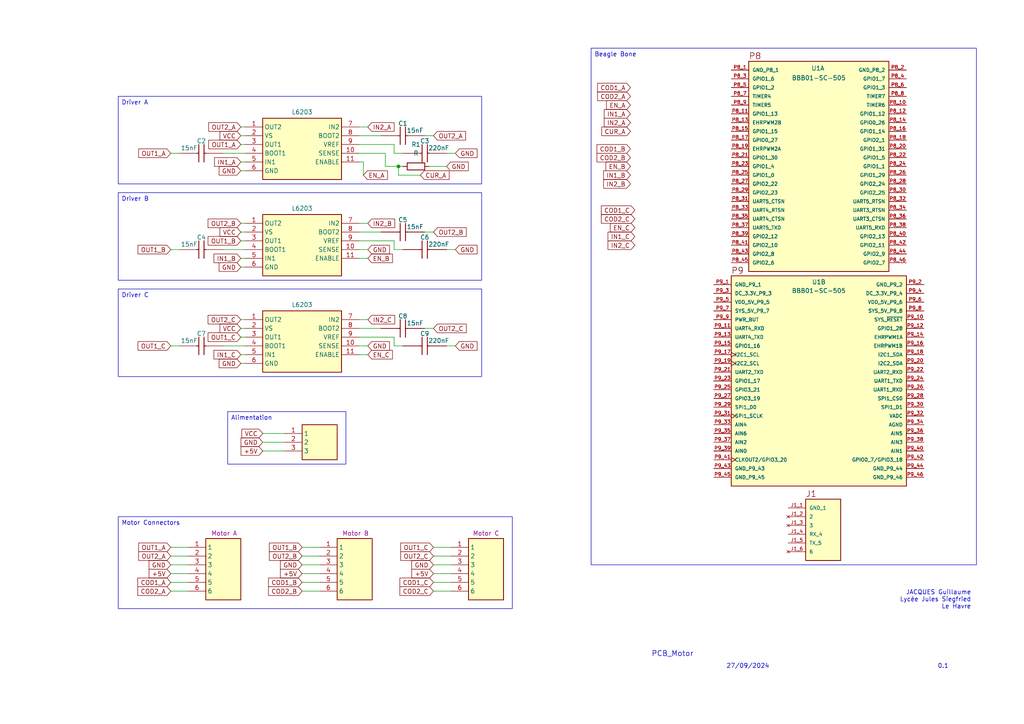
<source format=kicad_sch>
(kicad_sch (version 20231120) (generator "eeschema") (generator_version "8.0")
  (paper "A4")
  (lib_symbols
    (symbol "15nF:C0603X153K5RACTU" (pin_numbers hide) (pin_names hide)
      (property "Reference" "C" (at 8.89 6.35 0))
      (property "Value" "C0603X153K5RACTU" (at 8.89 3.81 0))
      (symbol "C0603X153K5RACTU_1_1"
        (polyline (pts (xy 5.08 0) (xy 5.588 0)) (stroke (width 0.254)))
        (polyline (pts (xy 5.588 2.54) (xy 5.588 -2.54)) (stroke (width 0.254)))
        (polyline (pts (xy 7.112 0) (xy 7.62 0)) (stroke (width 0.254)))
        (polyline (pts (xy 7.112 2.54) (xy 7.112 -2.54)) (stroke (width 0.254)))
        (pin passive line (at 0 0 0) (length 5.08) (name "1") (number "1"))
        (pin passive line (at 12.7 0 180) (length 5.08) (name "2") (number "2"))
      )
    )
    (symbol "3terminal:282836-3"
      (property "Reference" "J" (at 16.51 7.62 0))
      (property "Value" "282836-3" (at 16.51 5.08 0))
      (symbol "282836-3_1_1"
        (rectangle (start 5.08 2.54) (end 15.24 -7.62) (stroke (width 0.254)) (fill (type background)))
        (pin passive line (at 0 0 0) (length 5.08) (name "1") (number "1"))
        (pin passive line (at 0 -2.54 0) (length 5.08) (name "2") (number "2"))
        (pin passive line (at 0 -5.08 0) (length 5.08) (name "3") (number "3"))
      )
    )
    (symbol "6header:HTSW-106-07-G-S"
      (property "Reference" "J" (at 16.51 7.62 0))
      (property "Value" "HTSW-106-07-G-S" (at 16.51 5.08 0))
      (symbol "HTSW-106-07-G-S_1_1"
        (rectangle (start 5.08 2.54) (end 15.24 -15.24) (stroke (width 0.254)) (fill (type background)))
        (pin passive line (at 0 0 0) (length 5.08) (name "1") (number "1"))
        (pin passive line (at 0 -2.54 0) (length 5.08) (name "2") (number "2"))
        (pin passive line (at 0 -5.08 0) (length 5.08) (name "3") (number "3"))
        (pin passive line (at 0 -7.62 0) (length 5.08) (name "4") (number "4"))
        (pin passive line (at 0 -10.16 0) (length 5.08) (name "5") (number "5"))
        (pin passive line (at 0 -12.7 0) (length 5.08) (name "6") (number "6"))
      )
    )
    (symbol "BBB01-SC-505:BBB01-SC-505" (pin_names (offset 1.016))
      (property "Reference" "U" (at -20.574 33.782 0))
      (property "Value" "BBB01-SC-505" (at -20.32 -33.02 0))
      (symbol "BBB01-SC-505_1_0"
        (rectangle (start -20.32 -30.48) (end 20.32 30.48) (stroke (width 0.254)) (fill (type background)))
        (text "P8" (at -20.32 30.988 0) (effects (font (size 1.778 1.778)) (justify left bottom)))
        (pin power_in line (at -25.4 27.94 0) (length 5.08) (name "GND_P8_1") (number "P8_1"))
        (pin input line (at 25.4 17.78 180) (length 5.08) (name "TIMER6") (number "P8_10"))
        (pin bidirectional line (at -25.4 15.24 0) (length 5.08) (name "GPIO1_13") (number "P8_11"))
        (pin bidirectional line (at 25.4 15.24 180) (length 5.08) (name "GPIO1_12") (number "P8_12"))
        (pin input line (at -25.4 12.7 0) (length 5.08) (name "EHRPWM2B") (number "P8_13"))
        (pin bidirectional line (at 25.4 12.7 180) (length 5.08) (name "GPIO0_26") (number "P8_14"))
        (pin bidirectional line (at -25.4 10.16 0) (length 5.08) (name "GPIO1_15") (number "P8_15"))
        (pin bidirectional line (at 25.4 10.16 180) (length 5.08) (name "GPIO1_14") (number "P8_16"))
        (pin bidirectional line (at -25.4 7.62 0) (length 5.08) (name "GPIO0_27") (number "P8_17"))
        (pin bidirectional line (at 25.4 7.62 180) (length 5.08) (name "GPIO2_1") (number "P8_18"))
        (pin input line (at -25.4 5.08 0) (length 5.08) (name "EHRPWM2A") (number "P8_19"))
        (pin power_in line (at 25.4 27.94 180) (length 5.08) (name "GND_P8_2") (number "P8_2"))
        (pin bidirectional line (at 25.4 5.08 180) (length 5.08) (name "GPIO1_31") (number "P8_20"))
        (pin bidirectional line (at -25.4 2.54 0) (length 5.08) (name "GPIO1_30") (number "P8_21"))
        (pin bidirectional line (at 25.4 2.54 180) (length 5.08) (name "GPIO1_5") (number "P8_22"))
        (pin bidirectional line (at -25.4 0 0) (length 5.08) (name "GPIO1_4") (number "P8_23"))
        (pin bidirectional line (at 25.4 0 180) (length 5.08) (name "GPIO1_1") (number "P8_24"))
        (pin bidirectional line (at -25.4 -2.54 0) (length 5.08) (name "GPIO1_0") (number "P8_25"))
        (pin bidirectional line (at 25.4 -2.54 180) (length 5.08) (name "GPIO1_29") (number "P8_26"))
        (pin bidirectional line (at -25.4 -5.08 0) (length 5.08) (name "GPIO2_22") (number "P8_27"))
        (pin bidirectional line (at 25.4 -5.08 180) (length 5.08) (name "GPIO2_24") (number "P8_28"))
        (pin bidirectional line (at -25.4 -7.62 0) (length 5.08) (name "GPIO2_23") (number "P8_29"))
        (pin bidirectional line (at -25.4 25.4 0) (length 5.08) (name "GPIO1_6") (number "P8_3"))
        (pin bidirectional line (at 25.4 -7.62 180) (length 5.08) (name "GPIO2_25") (number "P8_30"))
        (pin input line (at -25.4 -10.16 0) (length 5.08) (name "UART5_CTSN") (number "P8_31"))
        (pin input line (at 25.4 -10.16 180) (length 5.08) (name "UART5_RTSN") (number "P8_32"))
        (pin input line (at -25.4 -12.7 0) (length 5.08) (name "UART4_RTSN") (number "P8_33"))
        (pin input line (at 25.4 -12.7 180) (length 5.08) (name "UART3_RTSN") (number "P8_34"))
        (pin input line (at -25.4 -15.24 0) (length 5.08) (name "UART4_CTSN") (number "P8_35"))
        (pin input line (at 25.4 -15.24 180) (length 5.08) (name "UART3_CTSN") (number "P8_36"))
        (pin output line (at -25.4 -17.78 0) (length 5.08) (name "UART5_TXD") (number "P8_37"))
        (pin input line (at 25.4 -17.78 180) (length 5.08) (name "UART5_RXD") (number "P8_38"))
        (pin bidirectional line (at -25.4 -20.32 0) (length 5.08) (name "GPIO2_12") (number "P8_39"))
        (pin bidirectional line (at 25.4 25.4 180) (length 5.08) (name "GPIO1_7") (number "P8_4"))
        (pin bidirectional line (at 25.4 -20.32 180) (length 5.08) (name "GPIO2_13") (number "P8_40"))
        (pin bidirectional line (at -25.4 -22.86 0) (length 5.08) (name "GPIO2_10") (number "P8_41"))
        (pin bidirectional line (at 25.4 -22.86 180) (length 5.08) (name "GPIO2_11") (number "P8_42"))
        (pin bidirectional line (at -25.4 -25.4 0) (length 5.08) (name "GPIO2_8") (number "P8_43"))
        (pin bidirectional line (at 25.4 -25.4 180) (length 5.08) (name "GPIO2_9") (number "P8_44"))
        (pin bidirectional line (at -25.4 -27.94 0) (length 5.08) (name "GPIO2_6") (number "P8_45"))
        (pin bidirectional line (at 25.4 -27.94 180) (length 5.08) (name "GPIO2_7") (number "P8_46"))
        (pin bidirectional line (at -25.4 22.86 0) (length 5.08) (name "GPIO1_2") (number "P8_5"))
        (pin bidirectional line (at 25.4 22.86 180) (length 5.08) (name "GPIO1_3") (number "P8_6"))
        (pin input line (at -25.4 20.32 0) (length 5.08) (name "TIMER4") (number "P8_7"))
        (pin input line (at 25.4 20.32 180) (length 5.08) (name "TIMER7") (number "P8_8"))
        (pin input line (at -25.4 17.78 0) (length 5.08) (name "TIMER5") (number "P8_9"))
      )
      (symbol "BBB01-SC-505_2_0"
        (rectangle (start -25.4 -30.48) (end 25.4 30.48) (stroke (width 0.254)) (fill (type background)))
        (text "P9" (at -25.4 30.988 0) (effects (font (size 1.778 1.778)) (justify left bottom)))
        (pin power_in line (at -30.48 27.94 0) (length 5.08) (name "GND_P9_1") (number "P9_1"))
        (pin input line (at 30.48 17.78 180) (length 5.08) (name "SYS_~{RESET}") (number "P9_10"))
        (pin output line (at -30.48 15.24 0) (length 5.08) (name "UART4_RXD") (number "P9_11"))
        (pin bidirectional line (at 30.48 15.24 180) (length 5.08) (name "GPIO1_28") (number "P9_12"))
        (pin input line (at -30.48 12.7 0) (length 5.08) (name "UART4_TXD") (number "P9_13"))
        (pin input line (at 30.48 12.7 180) (length 5.08) (name "EHRPWM1A") (number "P9_14"))
        (pin bidirectional line (at -30.48 10.16 0) (length 5.08) (name "GPIO1_16") (number "P9_15"))
        (pin input line (at 30.48 10.16 180) (length 5.08) (name "EHRPWM1B") (number "P9_16"))
        (pin input clock (at -30.48 7.62 0) (length 5.08) (name "I2C1_SCL") (number "P9_17"))
        (pin bidirectional line (at 30.48 7.62 180) (length 5.08) (name "I2C1_SDA") (number "P9_18"))
        (pin input clock (at -30.48 5.08 0) (length 5.08) (name "I2C2_SCL") (number "P9_19"))
        (pin power_in line (at 30.48 27.94 180) (length 5.08) (name "GND_P9_2") (number "P9_2"))
        (pin bidirectional line (at 30.48 5.08 180) (length 5.08) (name "I2C2_SDA") (number "P9_20"))
        (pin output line (at -30.48 2.54 0) (length 5.08) (name "UART2_TXD") (number "P9_21"))
        (pin input line (at 30.48 2.54 180) (length 5.08) (name "UART2_RXD") (number "P9_22"))
        (pin bidirectional line (at -30.48 0 0) (length 5.08) (name "GPIO1_17") (number "P9_23"))
        (pin output line (at 30.48 0 180) (length 5.08) (name "UART1_TXD") (number "P9_24"))
        (pin bidirectional line (at -30.48 -2.54 0) (length 5.08) (name "GPIO3_21") (number "P9_25"))
        (pin input line (at 30.48 -2.54 180) (length 5.08) (name "UART1_RXD") (number "P9_26"))
        (pin bidirectional line (at -30.48 -5.08 0) (length 5.08) (name "GPIO3_19") (number "P9_27"))
        (pin input line (at 30.48 -5.08 180) (length 5.08) (name "SPI1_CS0") (number "P9_28"))
        (pin input line (at -30.48 -7.62 0) (length 5.08) (name "SPI1_D0") (number "P9_29"))
        (pin power_in line (at -30.48 25.4 0) (length 5.08) (name "DC_3.3V_P9_3") (number "P9_3"))
        (pin input line (at 30.48 -7.62 180) (length 5.08) (name "SPI1_D1") (number "P9_30"))
        (pin input clock (at -30.48 -10.16 0) (length 5.08) (name "SPI1_SCLK") (number "P9_31"))
        (pin power_in line (at 30.48 -10.16 180) (length 5.08) (name "VADC") (number "P9_32"))
        (pin input line (at -30.48 -12.7 0) (length 5.08) (name "AIN4") (number "P9_33"))
        (pin power_in line (at 30.48 -12.7 180) (length 5.08) (name "AGND") (number "P9_34"))
        (pin input line (at -30.48 -15.24 0) (length 5.08) (name "AIN6") (number "P9_35"))
        (pin input line (at 30.48 -15.24 180) (length 5.08) (name "AIN5") (number "P9_36"))
        (pin input line (at -30.48 -17.78 0) (length 5.08) (name "AIN2") (number "P9_37"))
        (pin input line (at 30.48 -17.78 180) (length 5.08) (name "AIN3") (number "P9_38"))
        (pin input line (at -30.48 -20.32 0) (length 5.08) (name "AIN0") (number "P9_39"))
        (pin power_in line (at 30.48 25.4 180) (length 5.08) (name "DC_3.3V_P9_4") (number "P9_4"))
        (pin input line (at 30.48 -20.32 180) (length 5.08) (name "AIN1") (number "P9_40"))
        (pin output clock (at -30.48 -22.86 0) (length 5.08) (name "CLKOUT2/GPIO3_20") (number "P9_41"))
        (pin bidirectional line (at 30.48 -22.86 180) (length 5.08) (name "GPIO0_7/GPIO3_18") (number "P9_42"))
        (pin power_in line (at -30.48 -25.4 0) (length 5.08) (name "GND_P9_43") (number "P9_43"))
        (pin power_in line (at 30.48 -25.4 180) (length 5.08) (name "GND_P9_44") (number "P9_44"))
        (pin power_in line (at -30.48 -27.94 0) (length 5.08) (name "GND_P9_45") (number "P9_45"))
        (pin power_in line (at 30.48 -27.94 180) (length 5.08) (name "GND_P9_46") (number "P9_46"))
        (pin power_in line (at -30.48 22.86 0) (length 5.08) (name "VDD_5V_P9_5") (number "P9_5"))
        (pin power_in line (at 30.48 22.86 180) (length 5.08) (name "VDD_5V_P9_6") (number "P9_6"))
        (pin power_in line (at -30.48 20.32 0) (length 5.08) (name "SYS_5V_P9_7") (number "P9_7"))
        (pin power_in line (at 30.48 20.32 180) (length 5.08) (name "SYS_5V_P9_8") (number "P9_8"))
        (pin input line (at -30.48 17.78 0) (length 5.08) (name "PWR_BUT") (number "P9_9"))
      )
      (symbol "BBB01-SC-505_3_0"
        (rectangle (start -5.08 -10.16) (end 5.08 7.62) (stroke (width 0.254)) (fill (type background)))
        (text "J1" (at -5.08 8.128 0) (effects (font (size 1.778 1.778)) (justify left bottom)))
        (pin power_in line (at -10.16 5.08 0) (length 5.08) (name "GND_1") (number "J1_1"))
        (pin no_connect line (at -10.16 2.54 0) (length 5.08) (name "2") (number "J1_2"))
        (pin no_connect line (at -10.16 0 0) (length 5.08) (name "3") (number "J1_3"))
        (pin input line (at -10.16 -2.54 0) (length 5.08) (name "RX_4") (number "J1_4"))
        (pin output line (at -10.16 -5.08 0) (length 5.08) (name "TX_5") (number "J1_5"))
        (pin no_connect line (at -10.16 -7.62 0) (length 5.08) (name "6") (number "J1_6"))
      )
    )
    (symbol "Device:R" (pin_numbers hide) (pin_names (offset 0))
      (property "Reference" "R" (at 2.032 0 90))
      (property "Value" "R" (at 0 0 90))
      (symbol "R_0_1"
        (rectangle (start -1.016 -2.54) (end 1.016 2.54) (stroke (width 0.254)))
      )
      (symbol "R_1_1"
        (pin passive line (at 0 3.81 270) (length 1.27) (name "~") (number "1"))
        (pin passive line (at 0 -3.81 90) (length 1.27) (name "~") (number "2"))
      )
    )
    (symbol "L6203:L6203"
      (property "Reference" "IC" (at 29.21 7.62 0))
      (property "Value" "L6203" (at 29.21 5.08 0))
      (symbol "L6203_1_1"
        (rectangle (start 5.08 2.54) (end 27.94 -15.24) (stroke (width 0.254)) (fill (type background)))
        (pin passive line (at 0 0 0) (length 5.08) (name "OUT2") (number "1"))
        (pin passive line (at 33.02 -7.62 180) (length 5.08) (name "SENSE") (number "10"))
        (pin passive line (at 33.02 -10.16 180) (length 5.08) (name "ENABLE") (number "11"))
        (pin passive line (at 0 -2.54 0) (length 5.08) (name "VS") (number "2"))
        (pin passive line (at 0 -5.08 0) (length 5.08) (name "OUT1") (number "3"))
        (pin passive line (at 0 -7.62 0) (length 5.08) (name "BOOT1") (number "4"))
        (pin passive line (at 0 -10.16 0) (length 5.08) (name "IN1") (number "5"))
        (pin passive line (at 0 -12.7 0) (length 5.08) (name "GND") (number "6"))
        (pin passive line (at 33.02 0 180) (length 5.08) (name "IN2") (number "7"))
        (pin passive line (at 33.02 -2.54 180) (length 5.08) (name "BOOT2") (number "8"))
        (pin passive line (at 33.02 -5.08 180) (length 5.08) (name "VREF") (number "9"))
      )
    )
  )
  (junction (at 115.57 48.26))
  (wire (pts (xy 69.85 39.37) (xy 71.12 39.37)))
  (wire (pts (xy 87.63 166.37) (xy 92.71 166.37)))
  (wire (pts (xy 69.85 41.91) (xy 71.12 41.91)))
  (wire (pts (xy 104.14 97.79) (xy 114.3 97.79)))
  (wire (pts (xy 104.14 100.33) (xy 106.68 100.33)))
  (wire (pts (xy 69.85 69.85) (xy 71.12 69.85)))
  (wire (pts (xy 129.54 44.45) (xy 132.08 44.45)))
  (wire (pts (xy 49.53 72.39) (xy 52.07 72.39)))
  (wire (pts (xy 125.73 166.37) (xy 130.81 166.37)))
  (wire (pts (xy 49.53 100.33) (xy 52.07 100.33)))
  (wire (pts (xy 87.63 161.29) (xy 92.71 161.29)))
  (wire (pts (xy 69.85 105.41) (xy 71.12 105.41)))
  (wire (pts (xy 69.85 95.25) (xy 71.12 95.25)))
  (wire (pts (xy 76.2 125.73) (xy 82.55 125.73)))
  (wire (pts (xy 49.53 161.29) (xy 54.61 161.29)))
  (wire (pts (xy 104.14 44.45) (xy 111.76 44.45)))
  (wire (pts (xy 104.14 72.39) (xy 106.68 72.39)))
  (wire (pts (xy 76.2 130.81) (xy 82.55 130.81)))
  (wire (pts (xy 114.3 97.79) (xy 114.3 100.33)))
  (wire (pts (xy 123.19 95.25) (xy 125.73 95.25)))
  (wire (pts (xy 115.57 50.8) (xy 115.57 48.26)))
  (wire (pts (xy 87.63 158.75) (xy 92.71 158.75)))
  (wire (pts (xy 69.85 77.47) (xy 71.12 77.47)))
  (wire (pts (xy 123.19 67.31) (xy 125.73 67.31)))
  (wire (pts (xy 114.3 72.39) (xy 116.84 72.39)))
  (wire (pts (xy 104.14 41.91) (xy 114.3 41.91)))
  (wire (pts (xy 69.85 64.77) (xy 71.12 64.77)))
  (wire (pts (xy 121.92 50.8) (xy 115.57 50.8)))
  (wire (pts (xy 114.3 69.85) (xy 114.3 72.39)))
  (wire (pts (xy 49.53 166.37) (xy 54.61 166.37)))
  (wire (pts (xy 69.85 74.93) (xy 71.12 74.93)))
  (wire (pts (xy 104.14 92.71) (xy 106.68 92.71)))
  (wire (pts (xy 104.14 95.25) (xy 110.49 95.25)))
  (wire (pts (xy 129.54 72.39) (xy 132.08 72.39)))
  (wire (pts (xy 69.85 36.83) (xy 71.12 36.83)))
  (wire (pts (xy 69.85 49.53) (xy 71.12 49.53)))
  (wire (pts (xy 69.85 92.71) (xy 71.12 92.71)))
  (wire (pts (xy 104.14 67.31) (xy 110.49 67.31)))
  (wire (pts (xy 69.85 102.87) (xy 71.12 102.87)))
  (wire (pts (xy 69.85 67.31) (xy 71.12 67.31)))
  (wire (pts (xy 105.41 46.99) (xy 105.41 50.8)))
  (wire (pts (xy 105.41 46.99) (xy 104.14 46.99)))
  (wire (pts (xy 69.85 46.99) (xy 71.12 46.99)))
  (wire (pts (xy 104.14 102.87) (xy 106.68 102.87)))
  (wire (pts (xy 69.85 97.79) (xy 71.12 97.79)))
  (wire (pts (xy 124.46 48.26) (xy 129.54 48.26)))
  (wire (pts (xy 87.63 171.45) (xy 92.71 171.45)))
  (wire (pts (xy 125.73 161.29) (xy 130.81 161.29)))
  (wire (pts (xy 114.3 44.45) (xy 116.84 44.45)))
  (wire (pts (xy 49.53 163.83) (xy 54.61 163.83)))
  (wire (pts (xy 115.57 48.26) (xy 116.84 48.26)))
  (wire (pts (xy 49.53 158.75) (xy 54.61 158.75)))
  (wire (pts (xy 111.76 44.45) (xy 111.76 48.26)))
  (wire (pts (xy 125.73 158.75) (xy 130.81 158.75)))
  (wire (pts (xy 64.77 100.33) (xy 71.12 100.33)))
  (wire (pts (xy 104.14 69.85) (xy 114.3 69.85)))
  (wire (pts (xy 49.53 171.45) (xy 54.61 171.45)))
  (wire (pts (xy 123.19 39.37) (xy 125.73 39.37)))
  (wire (pts (xy 87.63 168.91) (xy 92.71 168.91)))
  (wire (pts (xy 129.54 100.33) (xy 132.08 100.33)))
  (wire (pts (xy 125.73 168.91) (xy 130.81 168.91)))
  (wire (pts (xy 104.14 64.77) (xy 106.68 64.77)))
  (wire (pts (xy 104.14 39.37) (xy 110.49 39.37)))
  (wire (pts (xy 111.76 48.26) (xy 115.57 48.26)))
  (wire (pts (xy 114.3 100.33) (xy 116.84 100.33)))
  (wire (pts (xy 76.2 128.27) (xy 82.55 128.27)))
  (wire (pts (xy 87.63 163.83) (xy 92.71 163.83)))
  (wire (pts (xy 125.73 171.45) (xy 130.81 171.45)))
  (wire (pts (xy 49.53 44.45) (xy 52.07 44.45)))
  (wire (pts (xy 64.77 72.39) (xy 71.12 72.39)))
  (wire (pts (xy 49.53 168.91) (xy 54.61 168.91)))
  (wire (pts (xy 114.3 41.91) (xy 114.3 44.45)))
  (wire (pts (xy 125.73 163.83) (xy 130.81 163.83)))
  (wire (pts (xy 104.14 74.93) (xy 106.68 74.93)))
  (wire (pts (xy 64.77 44.45) (xy 71.12 44.45)))
  (wire (pts (xy 104.14 36.83) (xy 106.68 36.83)))
  (text_box "Driver C" (at 34.29 83.82 0) (size 105.41 25.4) (effects (font (size 1.27 1.27)) (justify left top)))
  (text_box "Driver A" (at 34.29 27.94 0) (size 105.41 25.4) (effects (font (size 1.27 1.27)) (justify left top)))
  (text_box "Alimentation" (at 66.04 119.38 0) (size 34.29 15.24) (effects (font (size 1.27 1.27)) (justify left top)))
  (text_box "Motor Connectors" (at 34.29 149.86 0) (size 114.3 26.67) (effects (font (size 1.27 1.27)) (justify left top)))
  (text_box "Beagle Bone" (at 171.45 13.97 0) (size 111.76 149.86) (effects (font (size 1.27 1.27)) (justify left top)))
  (text_box "Driver B" (at 34.29 55.88 0) (size 105.41 25.4) (effects (font (size 1.27 1.27)) (justify left top)))
  (text "0.1" (at 273.558 193.294 0) (effects (font (size 1.27 1.27))))
  (text "PCB_Motor" (at 195.072 189.738 0) (effects (font (size 1.524 1.524))))
  (text "27/09/2024" (at 216.916 193.294 0) (effects (font (size 1.27 1.27))))
  (text "JACQUES Guillaume\nLycée Jules Siegfried\nLe Havre" (at 281.686 173.99 0) (effects (font (size 1.27 1.27)) (justify right)))
  (global_label "IN1_B" (shape input) (at 182.88 50.8 180) (property "Intersheetrefs" "${INTERSHEET_REFS}" (effects (hide yes))))
  (global_label "GND" (shape input) (at 76.2 128.27 180) (property "Intersheetrefs" "${INTERSHEET_REFS}" (effects (hide yes))))
  (global_label "EN_A" (shape input) (at 105.41 50.8 0) (property "Intersheetrefs" "${INTERSHEET_REFS}" (effects (hide yes))))
  (global_label "VCC" (shape input) (at 69.85 67.31 180) (property "Intersheetrefs" "${INTERSHEET_REFS}" (effects (hide yes))))
  (global_label "COD2_A" (shape input) (at 182.88 27.94 180) (property "Intersheetrefs" "${INTERSHEET_REFS}" (effects (hide yes))))
  (global_label "GND" (shape input) (at 106.68 100.33 0) (property "Intersheetrefs" "${INTERSHEET_REFS}" (effects (hide yes))))
  (global_label "+5V" (shape input) (at 49.53 166.37 180) (property "Intersheetrefs" "${INTERSHEET_REFS}" (effects (hide yes))))
  (global_label "GND" (shape input) (at 132.08 44.45 0) (property "Intersheetrefs" "${INTERSHEET_REFS}" (effects (hide yes))))
  (global_label "OUT2_B" (shape input) (at 87.63 161.29 180) (property "Intersheetrefs" "${INTERSHEET_REFS}" (effects (hide yes))))
  (global_label "COD2_C" (shape input) (at 125.73 171.45 180) (property "Intersheetrefs" "${INTERSHEET_REFS}" (effects (hide yes))))
  (global_label "IN1_A" (shape input) (at 69.85 46.99 180) (property "Intersheetrefs" "${INTERSHEET_REFS}" (effects (hide yes))))
  (global_label "COD1_A" (shape input) (at 49.53 168.91 180) (property "Intersheetrefs" "${INTERSHEET_REFS}" (effects (hide yes))))
  (global_label "OUT2_A" (shape input) (at 49.53 161.29 180) (property "Intersheetrefs" "${INTERSHEET_REFS}" (effects (hide yes))))
  (global_label "VCC" (shape input) (at 76.2 125.73 180) (property "Intersheetrefs" "${INTERSHEET_REFS}" (effects (hide yes))))
  (global_label "GND" (shape input) (at 49.53 163.83 180) (property "Intersheetrefs" "${INTERSHEET_REFS}" (effects (hide yes))))
  (global_label "GND" (shape input) (at 132.08 100.33 0) (property "Intersheetrefs" "${INTERSHEET_REFS}" (effects (hide yes))))
  (global_label "GND" (shape input) (at 69.85 77.47 180) (property "Intersheetrefs" "${INTERSHEET_REFS}" (effects (hide yes))))
  (global_label "GND" (shape input) (at 106.68 72.39 0) (property "Intersheetrefs" "${INTERSHEET_REFS}" (effects (hide yes))))
  (global_label "COD1_C" (shape input) (at 125.73 168.91 180) (property "Intersheetrefs" "${INTERSHEET_REFS}" (effects (hide yes))))
  (global_label "COD1_B" (shape input) (at 182.88 43.18 180) (property "Intersheetrefs" "${INTERSHEET_REFS}" (effects (hide yes))))
  (global_label "VCC" (shape input) (at 69.85 95.25 180) (property "Intersheetrefs" "${INTERSHEET_REFS}" (effects (hide yes))))
  (global_label "OUT2_A" (shape input) (at 69.85 36.83 180) (property "Intersheetrefs" "${INTERSHEET_REFS}" (effects (hide yes))))
  (global_label "OUT1_A" (shape input) (at 49.53 158.75 180) (property "Intersheetrefs" "${INTERSHEET_REFS}" (effects (hide yes))))
  (global_label "IN2_A" (shape input) (at 182.88 35.56 180) (property "Intersheetrefs" "${INTERSHEET_REFS}" (effects (hide yes))))
  (global_label "IN1_C" (shape input) (at 69.85 102.87 180) (property "Intersheetrefs" "${INTERSHEET_REFS}" (effects (hide yes))))
  (global_label "IN1_C" (shape input) (at 184.15 68.58 180) (property "Intersheetrefs" "${INTERSHEET_REFS}" (effects (hide yes))))
  (global_label "EN_C" (shape input) (at 106.68 102.87 0) (property "Intersheetrefs" "${INTERSHEET_REFS}" (effects (hide yes))))
  (global_label "IN2_C" (shape input) (at 184.15 71.12 180) (property "Intersheetrefs" "${INTERSHEET_REFS}" (effects (hide yes))))
  (global_label "GND" (shape input) (at 125.73 163.83 180) (property "Intersheetrefs" "${INTERSHEET_REFS}" (effects (hide yes))))
  (global_label "COD2_C" (shape input) (at 184.15 63.5 180) (property "Intersheetrefs" "${INTERSHEET_REFS}" (effects (hide yes))))
  (global_label "COD2_A" (shape input) (at 49.53 171.45 180) (property "Intersheetrefs" "${INTERSHEET_REFS}" (effects (hide yes))))
  (global_label "GND" (shape input) (at 87.63 163.83 180) (property "Intersheetrefs" "${INTERSHEET_REFS}" (effects (hide yes))))
  (global_label "IN2_B" (shape input) (at 106.68 64.77 0) (property "Intersheetrefs" "${INTERSHEET_REFS}" (effects (hide yes))))
  (global_label "EN_B" (shape input) (at 182.88 48.26 180) (property "Intersheetrefs" "${INTERSHEET_REFS}" (effects (hide yes))))
  (global_label "OUT1_B" (shape input) (at 87.63 158.75 180) (property "Intersheetrefs" "${INTERSHEET_REFS}" (effects (hide yes))))
  (global_label "GND" (shape input) (at 69.85 49.53 180) (property "Intersheetrefs" "${INTERSHEET_REFS}" (effects (hide yes))))
  (global_label "COD1_A" (shape input) (at 182.88 25.4 180) (property "Intersheetrefs" "${INTERSHEET_REFS}" (effects (hide yes))))
  (global_label "OUT1_B" (shape input) (at 49.53 72.39 180) (property "Intersheetrefs" "${INTERSHEET_REFS}" (effects (hide yes))))
  (global_label "COD1_C" (shape input) (at 184.15 60.96 180) (property "Intersheetrefs" "${INTERSHEET_REFS}" (effects (hide yes))))
  (global_label "GND" (shape input) (at 132.08 72.39 0) (property "Intersheetrefs" "${INTERSHEET_REFS}" (effects (hide yes))))
  (global_label "OUT2_B" (shape input) (at 125.73 67.31 0) (property "Intersheetrefs" "${INTERSHEET_REFS}" (effects (hide yes))))
  (global_label "IN2_B" (shape input) (at 182.88 53.34 180) (property "Intersheetrefs" "${INTERSHEET_REFS}" (effects (hide yes))))
  (global_label "OUT2_A" (shape input) (at 125.73 39.37 0) (property "Intersheetrefs" "${INTERSHEET_REFS}" (effects (hide yes))))
  (global_label "OUT1_C" (shape input) (at 125.73 158.75 180) (property "Intersheetrefs" "${INTERSHEET_REFS}" (effects (hide yes))))
  (global_label "IN1_A" (shape input) (at 182.88 33.02 180) (property "Intersheetrefs" "${INTERSHEET_REFS}" (effects (hide yes))))
  (global_label "OUT1_C" (shape input) (at 69.85 97.79 180) (property "Intersheetrefs" "${INTERSHEET_REFS}" (effects (hide yes))))
  (global_label "OUT1_C" (shape input) (at 49.53 100.33 180) (property "Intersheetrefs" "${INTERSHEET_REFS}" (effects (hide yes))))
  (global_label "GND" (shape input) (at 69.85 105.41 180) (property "Intersheetrefs" "${INTERSHEET_REFS}" (effects (hide yes))))
  (global_label "OUT1_A" (shape input) (at 49.53 44.45 180) (property "Intersheetrefs" "${INTERSHEET_REFS}" (effects (hide yes))))
  (global_label "OUT2_C" (shape input) (at 125.73 95.25 0) (property "Intersheetrefs" "${INTERSHEET_REFS}" (effects (hide yes))))
  (global_label "IN2_C" (shape input) (at 106.68 92.71 0) (property "Intersheetrefs" "${INTERSHEET_REFS}" (effects (hide yes))))
  (global_label "OUT2_C" (shape input) (at 69.85 92.71 180) (property "Intersheetrefs" "${INTERSHEET_REFS}" (effects (hide yes))))
  (global_label "CUR_A" (shape input) (at 121.92 50.8 0) (property "Intersheetrefs" "${INTERSHEET_REFS}" (effects (hide yes))))
  (global_label "IN2_A" (shape input) (at 106.68 36.83 0) (property "Intersheetrefs" "${INTERSHEET_REFS}" (effects (hide yes))))
  (global_label "CUR_A" (shape input) (at 182.88 38.1 180) (property "Intersheetrefs" "${INTERSHEET_REFS}" (effects (hide yes))))
  (global_label "+5V" (shape input) (at 87.63 166.37 180) (property "Intersheetrefs" "${INTERSHEET_REFS}" (effects (hide yes))))
  (global_label "COD2_B" (shape input) (at 182.88 45.72 180) (property "Intersheetrefs" "${INTERSHEET_REFS}" (effects (hide yes))))
  (global_label "OUT1_A" (shape input) (at 69.85 41.91 180) (property "Intersheetrefs" "${INTERSHEET_REFS}" (effects (hide yes))))
  (global_label "COD2_B" (shape input) (at 87.63 171.45 180) (property "Intersheetrefs" "${INTERSHEET_REFS}" (effects (hide yes))))
  (global_label "VCC" (shape input) (at 69.85 39.37 180) (property "Intersheetrefs" "${INTERSHEET_REFS}" (effects (hide yes))))
  (global_label "OUT2_B" (shape input) (at 69.85 64.77 180) (property "Intersheetrefs" "${INTERSHEET_REFS}" (effects (hide yes))))
  (global_label "OUT2_C" (shape input) (at 125.73 161.29 180) (property "Intersheetrefs" "${INTERSHEET_REFS}" (effects (hide yes))))
  (global_label "IN1_B" (shape input) (at 69.85 74.93 180) (property "Intersheetrefs" "${INTERSHEET_REFS}" (effects (hide yes))))
  (global_label "+5V" (shape input) (at 76.2 130.81 180) (property "Intersheetrefs" "${INTERSHEET_REFS}" (effects (hide yes))))
  (global_label "COD1_B" (shape input) (at 87.63 168.91 180) (property "Intersheetrefs" "${INTERSHEET_REFS}" (effects (hide yes))))
  (global_label "EN_C" (shape input) (at 184.15 66.04 180) (property "Intersheetrefs" "${INTERSHEET_REFS}" (effects (hide yes))))
  (global_label "EN_B" (shape input) (at 106.68 74.93 0) (property "Intersheetrefs" "${INTERSHEET_REFS}" (effects (hide yes))))
  (global_label "EN_A" (shape input) (at 182.88 30.48 180) (property "Intersheetrefs" "${INTERSHEET_REFS}" (effects (hide yes))))
  (global_label "+5V" (shape input) (at 125.73 166.37 180) (property "Intersheetrefs" "${INTERSHEET_REFS}" (effects (hide yes))))
  (global_label "OUT1_B" (shape input) (at 69.85 69.85 180) (property "Intersheetrefs" "${INTERSHEET_REFS}" (effects (hide yes))))
  (global_label "GND" (shape input) (at 129.54 48.26 0) (property "Intersheetrefs" "${INTERSHEET_REFS}" (effects (hide yes))))
  (symbol (lib_id "BBB01-SC-505:BBB01-SC-505") (at 237.49 48.26 0) (unit 1)
    (property "Reference" "U1" (at 237.236 19.812 0))
    (property "Value" "BBB01-SC-505" (at 237.49 22.606 0))
    (property "Footprint" "BBB01-SC-505:MODULE_BBB01-SC-505" (effects (hide yes)))
    (property "MF" "GHI Electronics, LLC" (effects (hide yes)))
    (property "Description_1" "\nAM3358BZCZ BeagleBone Black Rev C Sitara™ ARM® Cortex®-A8 MPU Embedded Evaluation Board\n" (effects (hide yes)))
    (property "Package" "None" (effects (hide yes)))
    (property "Price" "None" (effects (hide yes)))
    (property "Check_prices" "https://www.snapeda.com/parts/BBB01-SC-505/GHI+Electronics%252C+LLC/view-part/?ref=eda" (effects (hide yes)))
    (property "STANDARD" "Manufacturer Recommendations" (effects (hide yes)))
    (property "PARTREV" "C" (effects (hide yes)))
    (property "SnapEDA_Link" "https://www.snapeda.com/parts/BBB01-SC-505/GHI+Electronics%252C+LLC/view-part/?ref=snap" (effects (hide yes)))
    (property "MP" "BBB01-SC-505" (effects (hide yes)))
    (property "MANUFACTURER" "GHI Electronics LLC" (effects (hide yes)))
    (property "Availability" "In Stock" (effects (hide yes)))
    (property "SNAPEDA_PN" "BBB01-SC-505" (effects (hide yes)))
  )
  (symbol (lib_id "BBB01-SC-505:BBB01-SC-505") (at 238.76 152.4 0) (unit 3)
    (property "Reference" "U1" (effects (hide yes)))
    (property "Value" "BBB01-SC-505" (effects (hide yes)))
    (property "Footprint" "BBB01-SC-505:MODULE_BBB01-SC-505" (effects (hide yes)))
    (property "MF" "GHI Electronics, LLC" (effects (hide yes)))
    (property "Description_1" "\nAM3358BZCZ BeagleBone Black Rev C Sitara™ ARM® Cortex®-A8 MPU Embedded Evaluation Board\n" (effects (hide yes)))
    (property "Package" "None" (effects (hide yes)))
    (property "Price" "None" (effects (hide yes)))
    (property "Check_prices" "https://www.snapeda.com/parts/BBB01-SC-505/GHI+Electronics%252C+LLC/view-part/?ref=eda" (effects (hide yes)))
    (property "STANDARD" "Manufacturer Recommendations" (effects (hide yes)))
    (property "PARTREV" "C" (effects (hide yes)))
    (property "SnapEDA_Link" "https://www.snapeda.com/parts/BBB01-SC-505/GHI+Electronics%252C+LLC/view-part/?ref=snap" (effects (hide yes)))
    (property "MP" "BBB01-SC-505" (effects (hide yes)))
    (property "MANUFACTURER" "GHI Electronics LLC" (effects (hide yes)))
    (property "Availability" "In Stock" (effects (hide yes)))
    (property "SNAPEDA_PN" "BBB01-SC-505" (effects (hide yes)))
  )
  (symbol (lib_id "L6203:L6203") (at 71.12 92.71 0) (unit 1)
    (property "Reference" "IC3" (effects (hide yes)))
    (property "Value" "L6203" (at 87.63 88.392 0))
    (property "Footprint" "TO170P500X1960X2210-11P" (effects (hide yes)))
    (property "Datasheet" "https://datasheet.lcsc.com/szlcsc/STMicroelectronics-L6203_C34306.pdf" (effects (hide yes)))
    (property "Description" "Full Bridge Motor Driver 36V 11-Pin(11+Tab) MULTIWATT V Tube" (effects (hide yes)))
    (property "Height" "5" (effects (hide yes)))
    (property "Manufacturer_Name" "STMicroelectronics" (effects (hide yes)))
    (property "Manufacturer_Part_Number" "L6203" (effects (hide yes)))
  )
  (symbol (lib_id "15nF:C0603X153K5RACTU") (at 116.84 44.45 0) (unit 1)
    (property "Reference" "C3" (at 123.19 40.894 0))
    (property "Value" "220nF" (at 127.254 42.926 0))
    (property "Footprint" "C0603" (effects (hide yes)))
    (property "Datasheet" "https://content.kemet.com/datasheets/KEM_C1013_X7R_FT-CAP_SMD.pdf" (effects (hide yes)))
    (property "Description" "SMD Comm X7R Flex, Ceramic, 0.015 uF, 10%, 50 VDC, 125 VDC, 125C, -55C, X7R, SMD, MLCC, FT-CAP, Temperature Stable, 2.5 % , 66.6667 GOhms, 7.3 mg, 0603, 1.6mm, 0.8mm, 0.8mm, 0.58mm, 0.45mm, 4000, 78  Weeks, 80" (effects (hide yes)))
    (property "Height" "0.87" (effects (hide yes)))
    (property "Manufacturer_Name" "KEMET" (effects (hide yes)))
    (property "Manufacturer_Part_Number" "C0603X153K5RACTU" (effects (hide yes)))
  )
  (symbol (lib_id "L6203:L6203") (at 71.12 64.77 0) (unit 1)
    (property "Reference" "IC2" (effects (hide yes)))
    (property "Value" "L6203" (at 87.63 60.452 0))
    (property "Footprint" "TO170P500X1960X2210-11P" (effects (hide yes)))
    (property "Datasheet" "https://datasheet.lcsc.com/szlcsc/STMicroelectronics-L6203_C34306.pdf" (effects (hide yes)))
    (property "Description" "Full Bridge Motor Driver 36V 11-Pin(11+Tab) MULTIWATT V Tube" (effects (hide yes)))
    (property "Height" "5" (effects (hide yes)))
    (property "Manufacturer_Name" "STMicroelectronics" (effects (hide yes)))
    (property "Manufacturer_Part_Number" "L6203" (effects (hide yes)))
  )
  (symbol (lib_id "15nF:C0603X153K5RACTU") (at 110.49 95.25 0) (unit 1)
    (property "Reference" "C8" (at 116.84 91.694 0))
    (property "Value" "15nF" (at 120.396 93.726 0))
    (property "Footprint" "C0603" (effects (hide yes)))
    (property "Datasheet" "https://content.kemet.com/datasheets/KEM_C1013_X7R_FT-CAP_SMD.pdf" (effects (hide yes)))
    (property "Description" "SMD Comm X7R Flex, Ceramic, 0.015 uF, 10%, 50 VDC, 125 VDC, 125C, -55C, X7R, SMD, MLCC, FT-CAP, Temperature Stable, 2.5 % , 66.6667 GOhms, 7.3 mg, 0603, 1.6mm, 0.8mm, 0.8mm, 0.58mm, 0.45mm, 4000, 78  Weeks, 80" (effects (hide yes)))
    (property "Height" "0.87" (effects (hide yes)))
    (property "Manufacturer_Name" "KEMET" (effects (hide yes)))
    (property "Manufacturer_Part_Number" "C0603X153K5RACTU" (effects (hide yes)))
  )
  (symbol (lib_id "15nF:C0603X153K5RACTU") (at 110.49 67.31 0) (unit 1)
    (property "Reference" "C5" (at 116.84 63.754 0))
    (property "Value" "15nF" (at 120.396 65.786 0))
    (property "Footprint" "C0603" (effects (hide yes)))
    (property "Datasheet" "https://content.kemet.com/datasheets/KEM_C1013_X7R_FT-CAP_SMD.pdf" (effects (hide yes)))
    (property "Description" "SMD Comm X7R Flex, Ceramic, 0.015 uF, 10%, 50 VDC, 125 VDC, 125C, -55C, X7R, SMD, MLCC, FT-CAP, Temperature Stable, 2.5 % , 66.6667 GOhms, 7.3 mg, 0603, 1.6mm, 0.8mm, 0.8mm, 0.58mm, 0.45mm, 4000, 78  Weeks, 80" (effects (hide yes)))
    (property "Height" "0.87" (effects (hide yes)))
    (property "Manufacturer_Name" "KEMET" (effects (hide yes)))
    (property "Manufacturer_Part_Number" "C0603X153K5RACTU" (effects (hide yes)))
  )
  (symbol (lib_id "6header:HTSW-106-07-G-S") (at 130.81 158.75 0) (unit 1)
    (property "Reference" "J3" (effects (hide yes)))
    (property "Value" "HTSW-106-07-G-S" (effects (hide yes)))
    (property "Footprint" "HDRV6W64P0X254_1X6_1524X254X838P" (effects (hide yes)))
    (property "Datasheet" "https://www.arrow.com/en/products/htsw-106-07-g-s/samtec" (effects (hide yes)))
    (property "Description" "Motor C" (at 140.97 154.686 0))
    (property "Height" "8.38" (effects (hide yes)))
    (property "Mouser Part Number" "200-HTSW10607GS" (effects (hide yes)))
    (property "Mouser Price/Stock" "https://www.mouser.co.uk/ProductDetail/Samtec/HTSW-106-07-G-S?qs=FESYatJ8odIcbhFL%2FMbLVQ%3D%3D" (effects (hide yes)))
    (property "Manufacturer_Name" "SAMTEC" (effects (hide yes)))
    (property "Manufacturer_Part_Number" "HTSW-106-07-G-S" (effects (hide yes)))
  )
  (symbol (lib_id "6header:HTSW-106-07-G-S") (at 54.61 158.75 0) (unit 1)
    (property "Reference" "J1" (effects (hide yes)))
    (property "Value" "HTSW-106-07-G-S" (effects (hide yes)))
    (property "Footprint" "HDRV6W64P0X254_1X6_1524X254X838P" (effects (hide yes)))
    (property "Datasheet" "https://www.arrow.com/en/products/htsw-106-07-g-s/samtec" (effects (hide yes)))
    (property "Description" "Motor A" (at 65.024 154.686 0))
    (property "Height" "8.38" (effects (hide yes)))
    (property "Mouser Part Number" "200-HTSW10607GS" (effects (hide yes)))
    (property "Mouser Price/Stock" "https://www.mouser.co.uk/ProductDetail/Samtec/HTSW-106-07-G-S?qs=FESYatJ8odIcbhFL%2FMbLVQ%3D%3D" (effects (hide yes)))
    (property "Manufacturer_Name" "SAMTEC" (effects (hide yes)))
    (property "Manufacturer_Part_Number" "HTSW-106-07-G-S" (effects (hide yes)))
  )
  (symbol (lib_id "15nF:C0603X153K5RACTU") (at 52.07 100.33 0) (unit 1)
    (property "Reference" "C7" (at 58.42 96.774 0))
    (property "Value" "15nF" (at 54.864 98.806 0))
    (property "Footprint" "C0603" (effects (hide yes)))
    (property "Datasheet" "https://content.kemet.com/datasheets/KEM_C1013_X7R_FT-CAP_SMD.pdf" (effects (hide yes)))
    (property "Description" "SMD Comm X7R Flex, Ceramic, 0.015 uF, 10%, 50 VDC, 125 VDC, 125C, -55C, X7R, SMD, MLCC, FT-CAP, Temperature Stable, 2.5 % , 66.6667 GOhms, 7.3 mg, 0603, 1.6mm, 0.8mm, 0.8mm, 0.58mm, 0.45mm, 4000, 78  Weeks, 80" (effects (hide yes)))
    (property "Height" "0.87" (effects (hide yes)))
    (property "Manufacturer_Name" "KEMET" (effects (hide yes)))
    (property "Manufacturer_Part_Number" "C0603X153K5RACTU" (effects (hide yes)))
  )
  (symbol (lib_id "3terminal:282836-3") (at 82.55 125.73 0) (unit 1)
    (property "Reference" "J8" (effects (hide yes)))
    (property "Value" "282836-3" (effects (hide yes)))
    (property "Footprint" "2828363" (effects (hide yes)))
    (property "Datasheet" "https://www.te.com/commerce/DocumentDelivery/DDEController?Action=srchrtrv&DocNm=1-1773458-1_EURO_STYLE_QRG&DocType=Data%20Sheet&DocLang=English&PartCntxt=282836-3&DocFormat=pdf" (effects (hide yes)))
    (property "Description" "Body Features: Product Orientation Vertical | Primary Product Color Green | Configuration Features: Stacked Levels Without | Number of Positions 3 | Number of Rows 1 | Wire Entry Angle 90 | Wire Entry Location Side | Stacking Configuration Side Stackable | Contact Features: Contact Mating Area Plating Material Tin | Contact Base Material Brass | Contact Current Rating (Max) 13.5 AMP | Dimensions: Wire Size .05  1.3 MMSQ | Wire Size 30  16 AWG | Electrical Characteristics: Operating Voltage 300 VAC |" (effects (hide yes)))
    (property "Height" "10" (effects (hide yes)))
    (property "Manufacturer_Name" "TE Connectivity" (effects (hide yes)))
    (property "Manufacturer_Part_Number" "282836-3" (effects (hide yes)))
  )
  (symbol (lib_id "Device:R") (at 120.65 48.26 90) (unit 1)
    (property "Reference" "R1" (at 120.65 41.91 90))
    (property "Value" "R" (at 120.65 44.45 90))
    (property "Description" "Resistor" (effects (hide yes)))
  )
  (symbol (lib_id "6header:HTSW-106-07-G-S") (at 92.71 158.75 0) (unit 1)
    (property "Reference" "J2" (effects (hide yes)))
    (property "Value" "HTSW-106-07-G-S" (effects (hide yes)))
    (property "Footprint" "HDRV6W64P0X254_1X6_1524X254X838P" (effects (hide yes)))
    (property "Datasheet" "https://www.arrow.com/en/products/htsw-106-07-g-s/samtec" (effects (hide yes)))
    (property "Description" "Motor B" (at 103.124 154.686 0))
    (property "Height" "8.38" (effects (hide yes)))
    (property "Mouser Part Number" "200-HTSW10607GS" (effects (hide yes)))
    (property "Mouser Price/Stock" "https://www.mouser.co.uk/ProductDetail/Samtec/HTSW-106-07-G-S?qs=FESYatJ8odIcbhFL%2FMbLVQ%3D%3D" (effects (hide yes)))
    (property "Manufacturer_Name" "SAMTEC" (effects (hide yes)))
    (property "Manufacturer_Part_Number" "HTSW-106-07-G-S" (effects (hide yes)))
  )
  (symbol (lib_id "15nF:C0603X153K5RACTU") (at 52.07 72.39 0) (unit 1)
    (property "Reference" "C4" (at 58.42 68.834 0))
    (property "Value" "15nF" (at 54.864 70.866 0))
    (property "Footprint" "C0603" (effects (hide yes)))
    (property "Datasheet" "https://content.kemet.com/datasheets/KEM_C1013_X7R_FT-CAP_SMD.pdf" (effects (hide yes)))
    (property "Description" "SMD Comm X7R Flex, Ceramic, 0.015 uF, 10%, 50 VDC, 125 VDC, 125C, -55C, X7R, SMD, MLCC, FT-CAP, Temperature Stable, 2.5 % , 66.6667 GOhms, 7.3 mg, 0603, 1.6mm, 0.8mm, 0.8mm, 0.58mm, 0.45mm, 4000, 78  Weeks, 80" (effects (hide yes)))
    (property "Height" "0.87" (effects (hide yes)))
    (property "Manufacturer_Name" "KEMET" (effects (hide yes)))
    (property "Manufacturer_Part_Number" "C0603X153K5RACTU" (effects (hide yes)))
  )
  (symbol (lib_id "15nF:C0603X153K5RACTU") (at 116.84 72.39 0) (unit 1)
    (property "Reference" "C6" (at 123.19 68.834 0))
    (property "Value" "220nF" (at 127.254 70.866 0))
    (property "Footprint" "C0603" (effects (hide yes)))
    (property "Datasheet" "https://content.kemet.com/datasheets/KEM_C1013_X7R_FT-CAP_SMD.pdf" (effects (hide yes)))
    (property "Description" "SMD Comm X7R Flex, Ceramic, 0.015 uF, 10%, 50 VDC, 125 VDC, 125C, -55C, X7R, SMD, MLCC, FT-CAP, Temperature Stable, 2.5 % , 66.6667 GOhms, 7.3 mg, 0603, 1.6mm, 0.8mm, 0.8mm, 0.58mm, 0.45mm, 4000, 78  Weeks, 80" (effects (hide yes)))
    (property "Height" "0.87" (effects (hide yes)))
    (property "Manufacturer_Name" "KEMET" (effects (hide yes)))
    (property "Manufacturer_Part_Number" "C0603X153K5RACTU" (effects (hide yes)))
  )
  (symbol (lib_id "BBB01-SC-505:BBB01-SC-505") (at 237.49 110.49 0) (unit 2)
    (property "Reference" "U1" (at 237.49 81.788 0))
    (property "Value" "BBB01-SC-505" (at 237.49 84.328 0))
    (property "Footprint" "BBB01-SC-505:MODULE_BBB01-SC-505" (effects (hide yes)))
    (property "MF" "GHI Electronics, LLC" (effects (hide yes)))
    (property "Description_1" "\nAM3358BZCZ BeagleBone Black Rev C Sitara™ ARM® Cortex®-A8 MPU Embedded Evaluation Board\n" (effects (hide yes)))
    (property "Package" "None" (effects (hide yes)))
    (property "Price" "None" (effects (hide yes)))
    (property "Check_prices" "https://www.snapeda.com/parts/BBB01-SC-505/GHI+Electronics%252C+LLC/view-part/?ref=eda" (effects (hide yes)))
    (property "STANDARD" "Manufacturer Recommendations" (effects (hide yes)))
    (property "PARTREV" "C" (effects (hide yes)))
    (property "SnapEDA_Link" "https://www.snapeda.com/parts/BBB01-SC-505/GHI+Electronics%252C+LLC/view-part/?ref=snap" (effects (hide yes)))
    (property "MP" "BBB01-SC-505" (effects (hide yes)))
    (property "MANUFACTURER" "GHI Electronics LLC" (effects (hide yes)))
    (property "Availability" "In Stock" (effects (hide yes)))
    (property "SNAPEDA_PN" "BBB01-SC-505" (effects (hide yes)))
  )
  (symbol (lib_id "15nF:C0603X153K5RACTU") (at 110.49 39.37 0) (unit 1)
    (property "Reference" "C1" (at 116.84 35.814 0))
    (property "Value" "15nF" (at 120.396 37.846 0))
    (property "Footprint" "C0603" (effects (hide yes)))
    (property "Datasheet" "https://content.kemet.com/datasheets/KEM_C1013_X7R_FT-CAP_SMD.pdf" (effects (hide yes)))
    (property "Description" "SMD Comm X7R Flex, Ceramic, 0.015 uF, 10%, 50 VDC, 125 VDC, 125C, -55C, X7R, SMD, MLCC, FT-CAP, Temperature Stable, 2.5 % , 66.6667 GOhms, 7.3 mg, 0603, 1.6mm, 0.8mm, 0.8mm, 0.58mm, 0.45mm, 4000, 78  Weeks, 80" (effects (hide yes)))
    (property "Height" "0.87" (effects (hide yes)))
    (property "Manufacturer_Name" "KEMET" (effects (hide yes)))
    (property "Manufacturer_Part_Number" "C0603X153K5RACTU" (effects (hide yes)))
  )
  (symbol (lib_id "15nF:C0603X153K5RACTU") (at 116.84 100.33 0) (unit 1)
    (property "Reference" "C9" (at 123.19 96.774 0))
    (property "Value" "220nF" (at 127.254 98.806 0))
    (property "Footprint" "C0603" (effects (hide yes)))
    (property "Datasheet" "https://content.kemet.com/datasheets/KEM_C1013_X7R_FT-CAP_SMD.pdf" (effects (hide yes)))
    (property "Description" "SMD Comm X7R Flex, Ceramic, 0.015 uF, 10%, 50 VDC, 125 VDC, 125C, -55C, X7R, SMD, MLCC, FT-CAP, Temperature Stable, 2.5 % , 66.6667 GOhms, 7.3 mg, 0603, 1.6mm, 0.8mm, 0.8mm, 0.58mm, 0.45mm, 4000, 78  Weeks, 80" (effects (hide yes)))
    (property "Height" "0.87" (effects (hide yes)))
    (property "Manufacturer_Name" "KEMET" (effects (hide yes)))
    (property "Manufacturer_Part_Number" "C0603X153K5RACTU" (effects (hide yes)))
  )
  (symbol (lib_id "15nF:C0603X153K5RACTU") (at 52.07 44.45 0) (unit 1)
    (property "Reference" "C2" (at 58.42 40.894 0))
    (property "Value" "15nF" (at 54.864 42.926 0))
    (property "Footprint" "C0603" (effects (hide yes)))
    (property "Datasheet" "https://content.kemet.com/datasheets/KEM_C1013_X7R_FT-CAP_SMD.pdf" (effects (hide yes)))
    (property "Description" "SMD Comm X7R Flex, Ceramic, 0.015 uF, 10%, 50 VDC, 125 VDC, 125C, -55C, X7R, SMD, MLCC, FT-CAP, Temperature Stable, 2.5 % , 66.6667 GOhms, 7.3 mg, 0603, 1.6mm, 0.8mm, 0.8mm, 0.58mm, 0.45mm, 4000, 78  Weeks, 80" (effects (hide yes)))
    (property "Height" "0.87" (effects (hide yes)))
    (property "Manufacturer_Name" "KEMET" (effects (hide yes)))
    (property "Manufacturer_Part_Number" "C0603X153K5RACTU" (effects (hide yes)))
  )
  (symbol (lib_id "L6203:L6203") (at 71.12 36.83 0) (unit 1)
    (property "Reference" "IC1" (effects (hide yes)))
    (property "Value" "L6203" (at 87.63 32.512 0))
    (property "Footprint" "TO170P500X1960X2210-11P" (effects (hide yes)))
    (property "Datasheet" "https://datasheet.lcsc.com/szlcsc/STMicroelectronics-L6203_C34306.pdf" (effects (hide yes)))
    (property "Description" "Full Bridge Motor Driver 36V 11-Pin(11+Tab) MULTIWATT V Tube" (effects (hide yes)))
    (property "Height" "5" (effects (hide yes)))
    (property "Manufacturer_Name" "STMicroelectronics" (effects (hide yes)))
    (property "Manufacturer_Part_Number" "L6203" (effects (hide yes)))
  )
)
</source>
